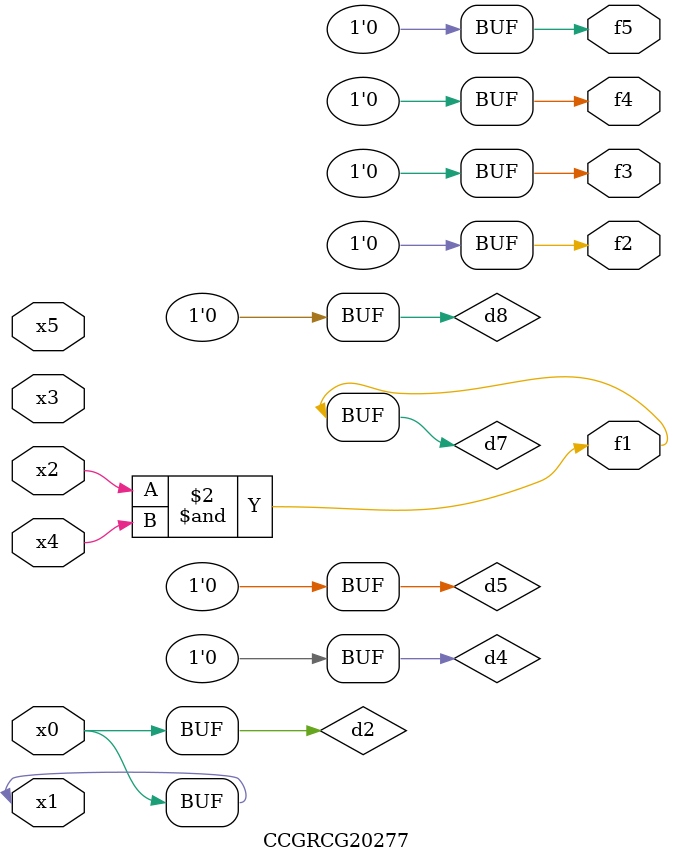
<source format=v>
module CCGRCG20277(
	input x0, x1, x2, x3, x4, x5,
	output f1, f2, f3, f4, f5
);

	wire d1, d2, d3, d4, d5, d6, d7, d8, d9;

	nand (d1, x1);
	buf (d2, x0, x1);
	nand (d3, x2, x4);
	and (d4, d1, d2);
	and (d5, d1, d2);
	nand (d6, d1, d3);
	not (d7, d3);
	xor (d8, d5);
	nor (d9, d5, d6);
	assign f1 = d7;
	assign f2 = d8;
	assign f3 = d8;
	assign f4 = d8;
	assign f5 = d8;
endmodule

</source>
